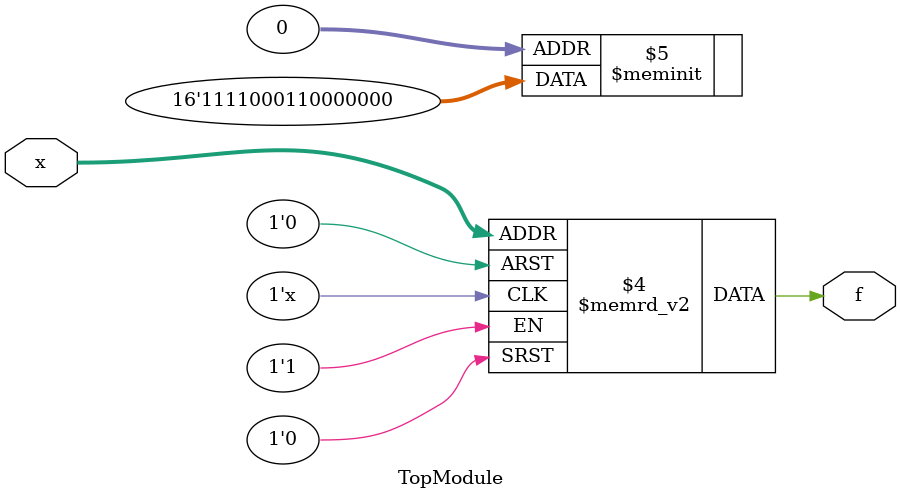
<source format=sv>
module TopModule(
    input logic [3:0] x,
    output logic f
);

    always @(*) begin
        case (x)
            4'b0111: f = 1;
            4'b1011: f = 0;
            4'b1110: f = 1;
            4'b1111: f = 1;
            4'b1100: f = 1;
            4'b1101: f = 1;
            4'b1000: f = 1;
            4'b1010: f = 0;
            default: f = 0; // or 'x' depending on whether you prefer a known state or don't-care
        endcase
    end

endmodule
</source>
